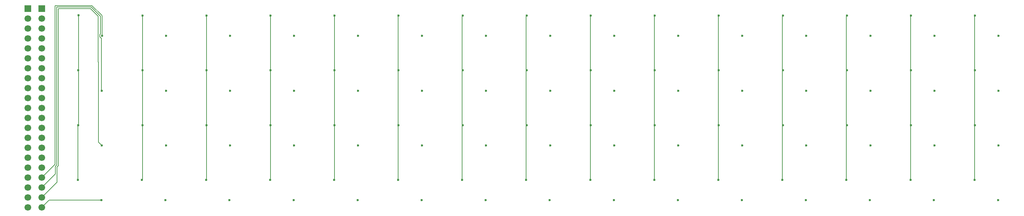
<source format=gbr>
%TF.GenerationSoftware,KiCad,Pcbnew,9.0.1*%
%TF.CreationDate,2025-05-18T13:27:05-05:00*%
%TF.ProjectId,OM-60-Flex,4f4d2d36-302d-4466-9c65-782e6b696361,rev?*%
%TF.SameCoordinates,Original*%
%TF.FileFunction,Copper,L2,Bot*%
%TF.FilePolarity,Positive*%
%FSLAX46Y46*%
G04 Gerber Fmt 4.6, Leading zero omitted, Abs format (unit mm)*
G04 Created by KiCad (PCBNEW 9.0.1) date 2025-05-18 13:27:05*
%MOMM*%
%LPD*%
G01*
G04 APERTURE LIST*
%TA.AperFunction,ComponentPad*%
%ADD10R,1.700000X1.700000*%
%TD*%
%TA.AperFunction,ComponentPad*%
%ADD11C,1.700000*%
%TD*%
%TA.AperFunction,ViaPad*%
%ADD12C,0.600000*%
%TD*%
%TA.AperFunction,Conductor*%
%ADD13C,0.200000*%
%TD*%
G04 APERTURE END LIST*
D10*
%TO.P,J3,1,Pin_1*%
%TO.N,GND*%
X22600000Y-36900000D03*
D11*
%TO.P,J3,2,Pin_2*%
%TO.N,+3.3V*%
X22600000Y-39440000D03*
%TO.P,J3,3,Pin_3*%
%TO.N,COL_0*%
X22600000Y-41980000D03*
%TO.P,J3,4,Pin_4*%
%TO.N,COL_1*%
X22600000Y-44520000D03*
%TO.P,J3,5,Pin_5*%
%TO.N,COL_2*%
X22600000Y-47060000D03*
%TO.P,J3,6,Pin_6*%
%TO.N,COL_3*%
X22600000Y-49600000D03*
%TO.P,J3,7,Pin_7*%
%TO.N,COL_4*%
X22600000Y-52140000D03*
%TO.P,J3,8,Pin_8*%
%TO.N,COL_5*%
X22600000Y-54680000D03*
%TO.P,J3,9,Pin_9*%
%TO.N,COL_6*%
X22600000Y-57220000D03*
%TO.P,J3,10,Pin_10*%
%TO.N,COL_7*%
X22600000Y-59760000D03*
%TO.P,J3,11,Pin_11*%
%TO.N,COL_8*%
X22600000Y-62300000D03*
%TO.P,J3,12,Pin_12*%
%TO.N,COL_9*%
X22600000Y-64840000D03*
%TO.P,J3,13,Pin_13*%
%TO.N,COL_10*%
X22600000Y-67380000D03*
%TO.P,J3,14,Pin_14*%
%TO.N,COL_11*%
X22600000Y-69920000D03*
%TO.P,J3,15,Pin_15*%
%TO.N,COL_12*%
X22600000Y-72460000D03*
%TO.P,J3,16,Pin_16*%
%TO.N,COL_13*%
X22600000Y-75000000D03*
%TO.P,J3,17,Pin_17*%
%TO.N,COL_14*%
X22600000Y-77540000D03*
%TO.P,J3,18,Pin_18*%
%TO.N,ROW_0*%
X22600000Y-80080000D03*
%TO.P,J3,19,Pin_19*%
%TO.N,ROW_1*%
X22600000Y-82620000D03*
%TO.P,J3,20,Pin_20*%
%TO.N,ROW_2*%
X22600000Y-85160000D03*
%TO.P,J3,21,Pin_21*%
%TO.N,ROW_3*%
X22600000Y-87700000D03*
%TD*%
D10*
%TO.P,J2,1,Pin_1*%
%TO.N,GND*%
X26200000Y-36920000D03*
D11*
%TO.P,J2,2,Pin_2*%
%TO.N,+3.3V*%
X26200000Y-39460000D03*
%TO.P,J2,3,Pin_3*%
%TO.N,COL_0*%
X26200000Y-42000000D03*
%TO.P,J2,4,Pin_4*%
%TO.N,COL_1*%
X26200000Y-44540000D03*
%TO.P,J2,5,Pin_5*%
%TO.N,COL_2*%
X26200000Y-47080000D03*
%TO.P,J2,6,Pin_6*%
%TO.N,COL_3*%
X26200000Y-49620000D03*
%TO.P,J2,7,Pin_7*%
%TO.N,COL_4*%
X26200000Y-52160000D03*
%TO.P,J2,8,Pin_8*%
%TO.N,COL_5*%
X26200000Y-54700000D03*
%TO.P,J2,9,Pin_9*%
%TO.N,COL_6*%
X26200000Y-57240000D03*
%TO.P,J2,10,Pin_10*%
%TO.N,COL_7*%
X26200000Y-59780000D03*
%TO.P,J2,11,Pin_11*%
%TO.N,COL_8*%
X26200000Y-62320000D03*
%TO.P,J2,12,Pin_12*%
%TO.N,COL_9*%
X26200000Y-64860000D03*
%TO.P,J2,13,Pin_13*%
%TO.N,COL_10*%
X26200000Y-67400000D03*
%TO.P,J2,14,Pin_14*%
%TO.N,COL_11*%
X26200000Y-69940000D03*
%TO.P,J2,15,Pin_15*%
%TO.N,COL_12*%
X26200000Y-72480000D03*
%TO.P,J2,16,Pin_16*%
%TO.N,COL_13*%
X26200000Y-75020000D03*
%TO.P,J2,17,Pin_17*%
%TO.N,COL_14*%
X26200000Y-77560000D03*
%TO.P,J2,18,Pin_18*%
%TO.N,ROW_0*%
X26200000Y-80100000D03*
%TO.P,J2,19,Pin_19*%
%TO.N,ROW_1*%
X26200000Y-82640000D03*
%TO.P,J2,20,Pin_20*%
%TO.N,ROW_2*%
X26200000Y-85180000D03*
%TO.P,J2,21,Pin_21*%
%TO.N,ROW_3*%
X26200000Y-87720000D03*
%TD*%
D12*
%TO.N,COL_10*%
X199106421Y-66659217D03*
%TO.N,COL_11*%
X215462831Y-38663826D03*
%TO.N,COL_10*%
X199106421Y-38663826D03*
X199106421Y-52661522D03*
%TO.N,COL_9*%
X182750012Y-52661522D03*
%TO.N,COL_7*%
X150037192Y-52661522D03*
%TO.N,COL_8*%
X166393602Y-52661522D03*
%TO.N,COL_9*%
X182750012Y-38663826D03*
%TO.N,COL_8*%
X166393602Y-38663826D03*
%TO.N,COL_5*%
X117214109Y-80656913D03*
%TO.N,COL_3*%
X84611553Y-38663826D03*
%TO.N,ROW_1*%
X106967963Y-57861522D03*
%TO.N,COL_4*%
X100857699Y-80656913D03*
%TO.N,COL_3*%
X84501289Y-80656913D03*
X84611553Y-52661522D03*
X84611553Y-66659217D03*
%TO.N,COL_4*%
X100967963Y-66659217D03*
%TO.N,COL_5*%
X117324373Y-66659217D03*
%TO.N,COL_4*%
X100967963Y-52661522D03*
X100967963Y-38663826D03*
%TO.N,COL_5*%
X117324373Y-52661522D03*
X117324373Y-38663826D03*
%TO.N,COL_7*%
X150037192Y-38663826D03*
%TO.N,COL_6*%
X133680782Y-38663826D03*
X133680782Y-52661522D03*
X133680782Y-66659217D03*
X133570518Y-80656913D03*
%TO.N,COL_7*%
X150037192Y-66659217D03*
X149926928Y-80656913D03*
%TO.N,COL_8*%
X166283338Y-80656913D03*
X166393602Y-66659217D03*
%TO.N,COL_9*%
X182750012Y-66659217D03*
X182639748Y-80656913D03*
%TO.N,COL_10*%
X198996157Y-80656913D03*
%TO.N,COL_14*%
X264421796Y-80656913D03*
%TO.N,COL_13*%
X248065386Y-80656913D03*
%TO.N,COL_12*%
X231708977Y-80656913D03*
%TO.N,COL_11*%
X215352567Y-80656913D03*
X215462831Y-52661522D03*
X215462831Y-66659217D03*
%TO.N,COL_12*%
X231819241Y-66659217D03*
%TO.N,COL_13*%
X248175650Y-66659217D03*
%TO.N,COL_14*%
X264532060Y-66659217D03*
X264532060Y-52661522D03*
%TO.N,COL_13*%
X248175650Y-52661522D03*
%TO.N,COL_12*%
X231819241Y-52661522D03*
X231819241Y-38663826D03*
%TO.N,COL_13*%
X248175650Y-38663826D03*
%TO.N,COL_14*%
X264532060Y-38663826D03*
%TO.N,COL_2*%
X68255144Y-38663826D03*
X68255144Y-52661522D03*
X68255144Y-66659217D03*
X68144880Y-80656913D03*
%TO.N,COL_1*%
X51788470Y-80656913D03*
%TO.N,COL_0*%
X35432060Y-80656913D03*
%TO.N,COL_1*%
X51898734Y-38663826D03*
X51898734Y-52661522D03*
X51898734Y-66659217D03*
%TO.N,COL_0*%
X35542324Y-66659217D03*
X35542324Y-52661522D03*
X35600000Y-38600000D03*
%TO.N,ROW_0*%
X254175650Y-43863826D03*
X270532060Y-43863826D03*
%TO.N,ROW_1*%
X254175650Y-57861522D03*
X270532060Y-57861522D03*
%TO.N,ROW_2*%
X254175650Y-71859217D03*
X270532060Y-71859217D03*
%TO.N,ROW_3*%
X270421796Y-85856913D03*
X254065386Y-85856913D03*
X237708977Y-85856913D03*
X221352567Y-85856913D03*
%TO.N,ROW_2*%
X237819241Y-71859217D03*
X221462831Y-71859217D03*
%TO.N,ROW_1*%
X221462831Y-57861522D03*
X237819241Y-57861522D03*
%TO.N,ROW_0*%
X237819241Y-43863826D03*
X221462831Y-43863826D03*
X205106421Y-43863826D03*
%TO.N,ROW_1*%
X205106421Y-57861522D03*
%TO.N,ROW_2*%
X205106421Y-71859217D03*
%TO.N,ROW_3*%
X204996157Y-85856913D03*
X188639748Y-85856913D03*
X172283338Y-85856913D03*
%TO.N,ROW_2*%
X188750012Y-71859217D03*
X172393602Y-71859217D03*
%TO.N,ROW_1*%
X188750012Y-57861522D03*
%TO.N,ROW_0*%
X188750012Y-43863826D03*
%TO.N,ROW_1*%
X172393602Y-57861522D03*
%TO.N,ROW_0*%
X172393602Y-43863826D03*
X156037192Y-43863826D03*
%TO.N,ROW_1*%
X156037192Y-57861522D03*
%TO.N,ROW_2*%
X156037192Y-71859217D03*
%TO.N,ROW_3*%
X155926928Y-85856913D03*
X139570518Y-85856913D03*
%TO.N,ROW_2*%
X139680782Y-71859217D03*
%TO.N,ROW_1*%
X139680782Y-57861522D03*
%TO.N,ROW_0*%
X139680782Y-43863826D03*
X123324373Y-43863826D03*
%TO.N,ROW_1*%
X123324373Y-57861522D03*
%TO.N,ROW_2*%
X123324373Y-71859217D03*
%TO.N,ROW_3*%
X123214109Y-85856913D03*
X106857699Y-85856913D03*
%TO.N,ROW_2*%
X106967963Y-71859217D03*
%TO.N,ROW_0*%
X106967963Y-43863826D03*
X90611553Y-43863826D03*
%TO.N,ROW_1*%
X90611553Y-57861522D03*
%TO.N,ROW_2*%
X90611553Y-71859217D03*
%TO.N,ROW_3*%
X90501289Y-85856913D03*
X74144880Y-85856913D03*
%TO.N,ROW_2*%
X74255144Y-71859217D03*
%TO.N,ROW_1*%
X74255144Y-57861522D03*
%TO.N,ROW_0*%
X74255144Y-43863826D03*
X57898734Y-43863826D03*
%TO.N,ROW_1*%
X57898734Y-57861522D03*
%TO.N,ROW_2*%
X57898734Y-71859217D03*
%TO.N,ROW_3*%
X57788470Y-85856913D03*
X41432060Y-85856913D03*
%TO.N,ROW_2*%
X41542324Y-71859217D03*
%TO.N,ROW_1*%
X41542324Y-57861522D03*
%TO.N,ROW_0*%
X41600000Y-43800000D03*
%TD*%
D13*
%TO.N,COL_5*%
X117214109Y-38774090D02*
X117324373Y-38663826D01*
X117214109Y-80656913D02*
X117214109Y-38774090D01*
%TO.N,COL_6*%
X133570518Y-38774090D02*
X133680782Y-38663826D01*
X133570518Y-80656913D02*
X133570518Y-38774090D01*
%TO.N,COL_7*%
X149926928Y-38774090D02*
X150037192Y-38663826D01*
X149926928Y-80656913D02*
X149926928Y-38774090D01*
%TO.N,COL_8*%
X166283338Y-38774090D02*
X166393602Y-38663826D01*
X166283338Y-80656913D02*
X166283338Y-38774090D01*
%TO.N,COL_9*%
X182639748Y-80656913D02*
X182639748Y-38774090D01*
X182639748Y-38774090D02*
X182750012Y-38663826D01*
%TO.N,COL_10*%
X198996157Y-38774090D02*
X199106421Y-38663826D01*
X198996157Y-80656913D02*
X198996157Y-38774090D01*
%TO.N,COL_11*%
X215352567Y-38774090D02*
X215462831Y-38663826D01*
X215352567Y-80656913D02*
X215352567Y-38774090D01*
%TO.N,COL_12*%
X231708977Y-38774090D02*
X231819241Y-38663826D01*
X231708977Y-80656913D02*
X231708977Y-38774090D01*
%TO.N,COL_13*%
X248065386Y-38774090D02*
X248175650Y-38663826D01*
X248065386Y-80656913D02*
X248065386Y-38774090D01*
%TO.N,COL_14*%
X264421796Y-38774090D02*
X264532060Y-38663826D01*
X264421796Y-80656913D02*
X264421796Y-38774090D01*
%TO.N,COL_4*%
X100967963Y-80546649D02*
X100857699Y-80656913D01*
X100967963Y-38663826D02*
X100967963Y-80546649D01*
%TO.N,COL_3*%
X84611553Y-38663826D02*
X84611553Y-80546649D01*
X84611553Y-80546649D02*
X84501289Y-80656913D01*
%TO.N,ROW_3*%
X28063087Y-85856913D02*
X41432060Y-85856913D01*
X26200000Y-87720000D02*
X28063087Y-85856913D01*
%TO.N,ROW_2*%
X40700000Y-71016893D02*
X41542324Y-71859217D01*
X40700000Y-50600000D02*
X40700000Y-71016893D01*
X40598000Y-50498000D02*
X40700000Y-50600000D01*
X40598000Y-38832200D02*
X40598000Y-50498000D01*
X38667800Y-36902000D02*
X40598000Y-38832200D01*
X30402000Y-77032200D02*
X30402000Y-36902000D01*
X30101000Y-79306100D02*
X30101000Y-77333200D01*
X30100000Y-79307100D02*
X30101000Y-79306100D01*
X30100000Y-81280000D02*
X30100000Y-79307100D01*
X30101000Y-77333200D02*
X30402000Y-77032200D01*
X26200000Y-85180000D02*
X30100000Y-81280000D01*
X30402000Y-36902000D02*
X38667800Y-36902000D01*
%TO.N,ROW_1*%
X41400000Y-57719198D02*
X41542324Y-57861522D01*
X41400000Y-44401000D02*
X41400000Y-57719198D01*
X41351057Y-44401000D02*
X41400000Y-44401000D01*
X40999000Y-44048943D02*
X41351057Y-44401000D01*
X38833900Y-36501000D02*
X41199000Y-38866100D01*
X30001000Y-76866100D02*
X30001000Y-36501000D01*
X30001000Y-36501000D02*
X38833900Y-36501000D01*
X29700000Y-79140000D02*
X29700000Y-77167100D01*
X29700000Y-77167100D02*
X30001000Y-76866100D01*
X41199000Y-43351057D02*
X40999000Y-43551057D01*
X26200000Y-82640000D02*
X29700000Y-79140000D01*
X41199000Y-38866100D02*
X41199000Y-43351057D01*
X40999000Y-43551057D02*
X40999000Y-44048943D01*
%TO.N,ROW_0*%
X39000000Y-36100000D02*
X41600000Y-38700000D01*
X41600000Y-38700000D02*
X41600000Y-43800000D01*
X29600000Y-36100000D02*
X39000000Y-36100000D01*
X29600000Y-76700000D02*
X29600000Y-36100000D01*
X26200000Y-80100000D02*
X29600000Y-76700000D01*
%TO.N,COL_0*%
X35432060Y-80656913D02*
X35432060Y-66769481D01*
X35432060Y-66769481D02*
X35542324Y-66659217D01*
%TO.N,COL_2*%
X68255144Y-80546649D02*
X68144880Y-80656913D01*
X68255144Y-38663826D02*
X68255144Y-80546649D01*
%TO.N,COL_1*%
X51898734Y-80546649D02*
X51788470Y-80656913D01*
X51898734Y-38663826D02*
X51898734Y-80546649D01*
%TO.N,COL_0*%
X35600000Y-66601541D02*
X35542324Y-66659217D01*
X35600000Y-38600000D02*
X35600000Y-66601541D01*
%TD*%
M02*

</source>
